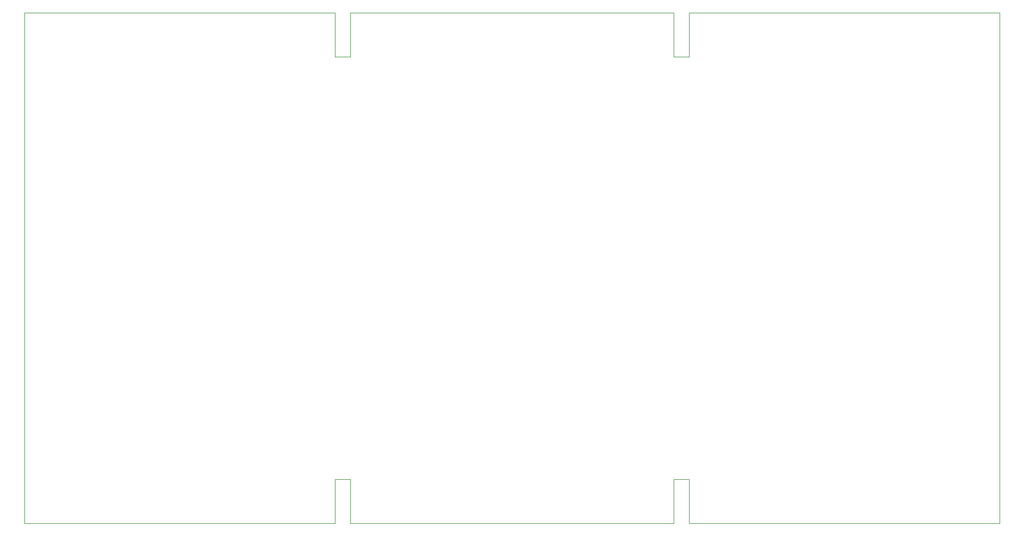
<source format=gbr>
%TF.GenerationSoftware,KiCad,Pcbnew,9.0.4*%
%TF.CreationDate,2025-10-09T12:47:56+02:00*%
%TF.ProjectId,io-gateway,696f2d67-6174-4657-9761-792e6b696361,rev?*%
%TF.SameCoordinates,Original*%
%TF.FileFunction,Profile,NP*%
%FSLAX46Y46*%
G04 Gerber Fmt 4.6, Leading zero omitted, Abs format (unit mm)*
G04 Created by KiCad (PCBNEW 9.0.4) date 2025-10-09 12:47:56*
%MOMM*%
%LPD*%
G01*
G04 APERTURE LIST*
%TA.AperFunction,Profile*%
%ADD10C,0.050000*%
%TD*%
G04 APERTURE END LIST*
D10*
X99250000Y-55250000D02*
X101750000Y-55250000D01*
X101750000Y-48250000D01*
X153250000Y-48250000D01*
X153250000Y-55250000D01*
X155750000Y-55250000D01*
X155750000Y-48250000D01*
X205250000Y-48250000D01*
X205250000Y-129750000D01*
X155750000Y-129750000D01*
X155750000Y-122750000D01*
X153250000Y-122750000D01*
X153250000Y-129750000D01*
X101750000Y-129750000D01*
X101750000Y-122750000D01*
X99250000Y-122750000D01*
X99250000Y-129750000D01*
X49750000Y-129750000D01*
X49750000Y-48250000D01*
X99250000Y-48250000D01*
X99250000Y-55250000D01*
M02*

</source>
